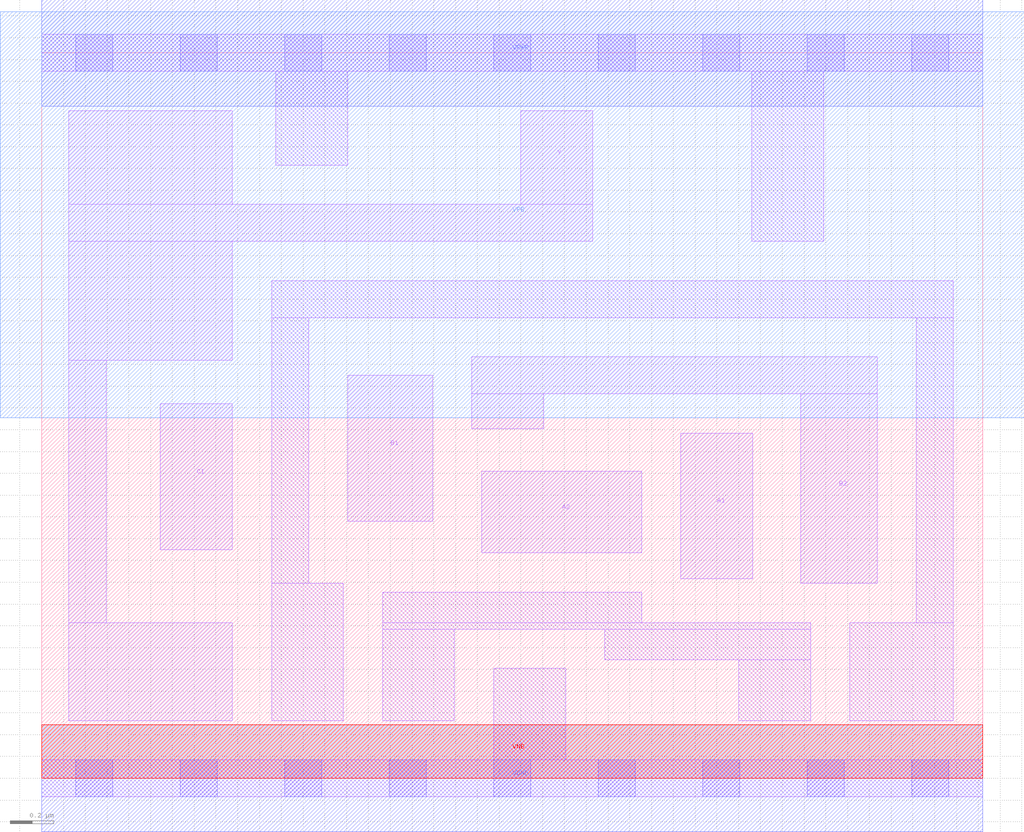
<source format=lef>
# Copyright 2020 The SkyWater PDK Authors
#
# Licensed under the Apache License, Version 2.0 (the "License");
# you may not use this file except in compliance with the License.
# You may obtain a copy of the License at
#
#     https://www.apache.org/licenses/LICENSE-2.0
#
# Unless required by applicable law or agreed to in writing, software
# distributed under the License is distributed on an "AS IS" BASIS,
# WITHOUT WARRANTIES OR CONDITIONS OF ANY KIND, either express or implied.
# See the License for the specific language governing permissions and
# limitations under the License.
#
# SPDX-License-Identifier: Apache-2.0

VERSION 5.7 ;
  NOWIREEXTENSIONATPIN ON ;
  DIVIDERCHAR "/" ;
  BUSBITCHARS "[]" ;
MACRO sky130_fd_sc_lp__o221ai_lp
  CLASS CORE ;
  FOREIGN sky130_fd_sc_lp__o221ai_lp ;
  ORIGIN  0.000000  0.000000 ;
  SIZE  4.320000 BY  3.330000 ;
  SYMMETRY X Y R90 ;
  SITE unit ;
  PIN A1
    ANTENNAGATEAREA  0.313000 ;
    DIRECTION INPUT ;
    USE SIGNAL ;
    PORT
      LAYER li1 ;
        RECT 2.935000 0.915000 3.265000 1.585000 ;
    END
  END A1
  PIN A2
    ANTENNAGATEAREA  0.313000 ;
    DIRECTION INPUT ;
    USE SIGNAL ;
    PORT
      LAYER li1 ;
        RECT 2.020000 1.035000 2.755000 1.410000 ;
    END
  END A2
  PIN B1
    ANTENNAGATEAREA  0.313000 ;
    DIRECTION INPUT ;
    USE SIGNAL ;
    PORT
      LAYER li1 ;
        RECT 1.405000 1.180000 1.795000 1.850000 ;
    END
  END B1
  PIN B2
    ANTENNAGATEAREA  0.313000 ;
    DIRECTION INPUT ;
    USE SIGNAL ;
    PORT
      LAYER li1 ;
        RECT 1.975000 1.605000 2.305000 1.765000 ;
        RECT 1.975000 1.765000 3.835000 1.935000 ;
        RECT 3.485000 0.895000 3.835000 1.765000 ;
    END
  END B2
  PIN C1
    ANTENNAGATEAREA  0.313000 ;
    DIRECTION INPUT ;
    USE SIGNAL ;
    PORT
      LAYER li1 ;
        RECT 0.545000 1.050000 0.875000 1.720000 ;
    END
  END C1
  PIN Y
    ANTENNADIFFAREA  0.724700 ;
    DIRECTION OUTPUT ;
    USE SIGNAL ;
    PORT
      LAYER li1 ;
        RECT 0.125000 0.265000 0.875000 0.715000 ;
        RECT 0.125000 0.715000 0.295000 1.920000 ;
        RECT 0.125000 1.920000 0.875000 2.465000 ;
        RECT 0.125000 2.465000 2.530000 2.635000 ;
        RECT 0.125000 2.635000 0.875000 3.065000 ;
        RECT 2.200000 2.635000 2.530000 3.065000 ;
    END
  END Y
  PIN VGND
    DIRECTION INOUT ;
    USE GROUND ;
    PORT
      LAYER met1 ;
        RECT 0.000000 -0.245000 4.320000 0.245000 ;
    END
  END VGND
  PIN VNB
    DIRECTION INOUT ;
    USE GROUND ;
    PORT
      LAYER pwell ;
        RECT 0.000000 0.000000 4.320000 0.245000 ;
    END
  END VNB
  PIN VPB
    DIRECTION INOUT ;
    USE POWER ;
    PORT
      LAYER nwell ;
        RECT -0.190000 1.655000 4.510000 3.520000 ;
    END
  END VPB
  PIN VPWR
    DIRECTION INOUT ;
    USE POWER ;
    PORT
      LAYER met1 ;
        RECT 0.000000 3.085000 4.320000 3.575000 ;
    END
  END VPWR
  OBS
    LAYER li1 ;
      RECT 0.000000 -0.085000 4.320000 0.085000 ;
      RECT 0.000000  3.245000 4.320000 3.415000 ;
      RECT 1.055000  0.265000 1.385000 0.895000 ;
      RECT 1.055000  0.895000 1.225000 2.115000 ;
      RECT 1.055000  2.115000 4.185000 2.285000 ;
      RECT 1.075000  2.815000 1.405000 3.245000 ;
      RECT 1.565000  0.265000 1.895000 0.685000 ;
      RECT 1.565000  0.685000 3.530000 0.715000 ;
      RECT 1.565000  0.715000 2.755000 0.855000 ;
      RECT 2.075000  0.085000 2.405000 0.505000 ;
      RECT 2.585000  0.545000 3.530000 0.685000 ;
      RECT 3.200000  0.265000 3.530000 0.545000 ;
      RECT 3.260000  2.465000 3.590000 3.245000 ;
      RECT 3.710000  0.265000 4.185000 0.715000 ;
      RECT 4.015000  0.715000 4.185000 2.115000 ;
    LAYER mcon ;
      RECT 0.155000 -0.085000 0.325000 0.085000 ;
      RECT 0.155000  3.245000 0.325000 3.415000 ;
      RECT 0.635000 -0.085000 0.805000 0.085000 ;
      RECT 0.635000  3.245000 0.805000 3.415000 ;
      RECT 1.115000 -0.085000 1.285000 0.085000 ;
      RECT 1.115000  3.245000 1.285000 3.415000 ;
      RECT 1.595000 -0.085000 1.765000 0.085000 ;
      RECT 1.595000  3.245000 1.765000 3.415000 ;
      RECT 2.075000 -0.085000 2.245000 0.085000 ;
      RECT 2.075000  3.245000 2.245000 3.415000 ;
      RECT 2.555000 -0.085000 2.725000 0.085000 ;
      RECT 2.555000  3.245000 2.725000 3.415000 ;
      RECT 3.035000 -0.085000 3.205000 0.085000 ;
      RECT 3.035000  3.245000 3.205000 3.415000 ;
      RECT 3.515000 -0.085000 3.685000 0.085000 ;
      RECT 3.515000  3.245000 3.685000 3.415000 ;
      RECT 3.995000 -0.085000 4.165000 0.085000 ;
      RECT 3.995000  3.245000 4.165000 3.415000 ;
  END
END sky130_fd_sc_lp__o221ai_lp
END LIBRARY

</source>
